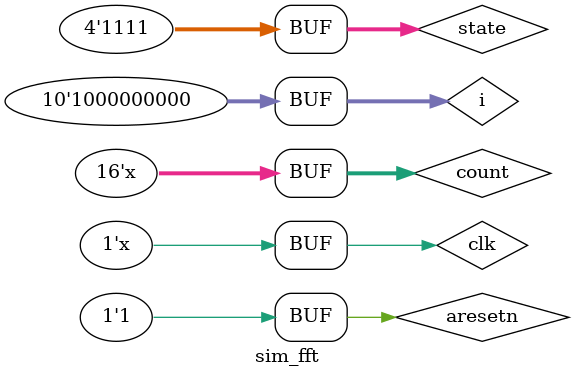
<source format=v>
`timescale 1ns / 1ps


module sim_fft;
    reg clk = 0;
reg aresetn = 0;
reg[3:0] state = 0;
wire[8:0] wave_addr;
reg[7:0] wave_data_reg[0:511];
wire[7:0] wave_data;
reg[9:0] i = 0;

wire fft_valid;
wire[8:0] m_axis_data_tuser;
wire[46:0] amp;
initial//³õÊ¼»¯Êý¾Ý£¬Ç°¶þÊ®
begin

    for(i=0;i<512;i=i+1)
        if((i > 127)&&(i <= 384))
            wave_data_reg[i]= 255;
        else
            wave_data_reg[i]= 0;
            
    #100 aresetn = 1;
    #200 state = 4'b1111;
end
assign wave_data = wave_data_reg[wave_addr];
wire[5:0] sin_addra;
wire[7:0] test_sin_out;
assign sin_addra = wave_addr[5:0];
    blk_mem_gen_2 sin_rom_test(
          .clka(clk),
          .ena(1),
          .addra(sin_addra),
          .douta(test_sin_out)
        );
always #10
    clk = !clk;
    
reg[15:0] count = 0;
always@(m_axis_data_tuser)
    count = count + 1;
    
wire[23:0]fft_real;
wire[23:0]fft_imag;  
wire event_frame_started;//Ã¿Ò»ÐÂµÄ´Î
wire event_tlast_unexpected;//µ±s
wire event_tlast_missing;//µ±IPºËÈÏ
wire event_status_channel_halt;
wire event_data_in_channel_halt;
fft uut_fft(
.clk_in(clk),
.aresetn(aresetn),
.systemstate_in(state),//[3:0]
.wave_addr_out(wave_addr),//[8:0]
.wave_data_in(wave_data),//[7:0]
.fft_valid_out(fft_valid),
.spec_addr_out(m_axis_data_tuser),//[15:0]
.amp_out(amp),//[46:0]
//.fft_real(fft_real),
//.fft_imag(fft_imag),
.event_frame_started(event_frame_started),//Ã¿Ò»ÐÂµÄ´Î
.event_tlast_unexpected(event_tlast_unexpected),//µ±s
.event_tlast_missing(event_tlast_missing),//µ±IPºËÈÏ
.event_status_channel_halt(event_status_channel_halt),
.event_data_in_channel_halt(event_data_in_channel_halt)
);
reg[11:0] amp_ans [0:511];
reg[23:0] real_ans [0:511];
reg[23:0] imag_ans [0:511];

always@(posedge clk)
begin
    amp_ans[m_axis_data_tuser] = amp[11:0];
    real_ans[m_axis_data_tuser] = fft_real;
    imag_ans[m_axis_data_tuser] = fft_imag;
end
endmodule

</source>
